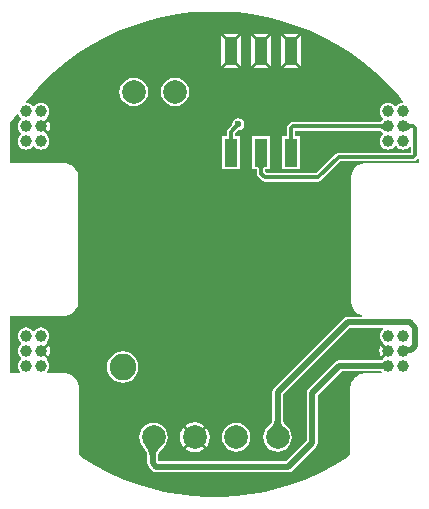
<source format=gtl>
G04*
G04 #@! TF.GenerationSoftware,Altium Limited,Altium Designer,20.1.8 (145)*
G04*
G04 Layer_Physical_Order=1*
G04 Layer_Color=255*
%FSTAX43Y43*%
%MOMM*%
G71*
G04*
G04 #@! TF.SameCoordinates,537F8B80-04C9-421A-AACB-049029105C53*
G04*
G04*
G04 #@! TF.FilePolarity,Positive*
G04*
G01*
G75*
%ADD18R,1.130X2.440*%
%ADD19C,0.300*%
%ADD20C,0.500*%
%ADD21C,2.000*%
%ADD22C,1.000*%
%ADD23C,2.250*%
%ADD24C,0.600*%
G36*
X010737Y011802D02*
X010865Y0117859D01*
X0109917Y0117619D01*
X0111167Y0117299D01*
X0112394Y0116902D01*
X0113593Y0116428D01*
X0114761Y011588D01*
X0115892Y011526D01*
X0116982Y011457D01*
X0118026Y0113814D01*
X0119021Y0112993D01*
X0119962Y0112111D01*
X0120847Y0111173D01*
X0121428Y0110473D01*
X0121367Y0110347D01*
X0121236Y011033D01*
X0121066Y0110259D01*
X0120919Y0110147D01*
X0120862Y0110073D01*
X0120705D01*
X0120648Y0110147D01*
X0120502Y0110259D01*
X0120331Y011033D01*
X0120149Y0110354D01*
X0119966Y011033D01*
X0119796Y0110259D01*
X0119649Y0110147D01*
X0119537Y0110001D01*
X0119467Y010983D01*
X0119443Y0109648D01*
X0119467Y0109465D01*
X0119537Y0109295D01*
X0119649Y0109148D01*
X0119724Y0109091D01*
Y0108934D01*
X0119649Y0108877D01*
X011964Y0108865D01*
X0119615Y0108841D01*
X0119585Y0108816D01*
X0119556Y0108794D01*
X0119528Y0108776D01*
X0119501Y0108762D01*
X0119475Y0108751D01*
X0119449Y0108742D01*
X0119423Y0108737D01*
X0119409Y0108735D01*
X011209D01*
X0111953Y0108707D01*
X0111837Y010863D01*
X0111662Y0108454D01*
X0111584Y0108339D01*
X0111557Y0108202D01*
Y0107606D01*
X0111556Y0107587D01*
X0111553Y0107574D01*
X0111149D01*
Y0104734D01*
X0112679D01*
Y0107574D01*
X0112275D01*
X0112272Y0107587D01*
X0112271Y0107606D01*
Y0108021D01*
X0119409D01*
X0119423Y0108019D01*
X0119449Y0108013D01*
X0119475Y0108005D01*
X0119501Y0107993D01*
X0119528Y0107979D01*
X0119556Y0107961D01*
X0119585Y010794D01*
X0119615Y0107914D01*
X011964Y010789D01*
X0119649Y0107878D01*
X0119724Y0107821D01*
Y0107664D01*
X0119649Y0107607D01*
X0119537Y0107461D01*
X0119467Y010729D01*
X0119443Y0107108D01*
X0119467Y0106925D01*
X0119537Y0106755D01*
X0119649Y0106608D01*
X0119796Y0106496D01*
X0119966Y0106426D01*
X0120149Y0106402D01*
X0120331Y0106426D01*
X0120502Y0106496D01*
X0120648Y0106608D01*
X0120705Y0106683D01*
X0120862D01*
X0120919Y0106608D01*
X0121066Y0106496D01*
X0121236Y0106426D01*
X0121419Y0106402D01*
X0121601Y0106426D01*
X0121772Y0106496D01*
X0121918Y0106608D01*
X0121965Y010667D01*
X0122092Y0106627D01*
Y0106161D01*
X0115949D01*
X0115812Y0106134D01*
X0115697Y0106056D01*
X0114051Y0104411D01*
X0109847D01*
X0109731Y0104527D01*
Y0104701D01*
X0109732Y0104719D01*
X0109735Y0104734D01*
X0110139D01*
Y0107574D01*
X0108609D01*
Y0104734D01*
X0109013D01*
X0109016Y0104719D01*
X0109017Y0104701D01*
Y0104379D01*
X0109044Y0104242D01*
X0109122Y0104127D01*
X0109447Y0103802D01*
X0109562Y0103724D01*
X0109699Y0103697D01*
X0114199D01*
X0114336Y0103724D01*
X0114451Y0103802D01*
X0116097Y0105447D01*
X0122273D01*
X012241Y0105474D01*
X0122526Y0105552D01*
X0122618Y0105644D01*
X0122745Y0105592D01*
Y0105258D01*
X0118199D01*
X0118194Y0105257D01*
X0118189Y0105258D01*
X0118091Y0105253D01*
X0118076Y0105249D01*
X0118061D01*
X0117869Y0105211D01*
X011785Y0105203D01*
X0117831Y0105199D01*
X011765Y0105124D01*
X0117633Y0105113D01*
X0117614Y0105105D01*
X0117451Y0104997D01*
X0117437Y0104982D01*
X011742Y0104971D01*
X0117282Y0104833D01*
X0117271Y0104816D01*
X0117256Y0104802D01*
X0117148Y0104639D01*
X011714Y010462D01*
X0117129Y0104603D01*
X0117054Y0104422D01*
X011705Y0104403D01*
X0117042Y0104384D01*
X0117004Y0104192D01*
Y0104177D01*
X0117Y0104162D01*
X0116995Y0104064D01*
X0116996Y0104059D01*
X0116995Y0104054D01*
Y0093554D01*
X0116996Y0093549D01*
X0116995Y0093544D01*
X0117Y0093446D01*
X0117004Y0093431D01*
Y0093416D01*
X0117042Y0093224D01*
X011705Y0093205D01*
X0117054Y0093186D01*
X0117129Y0093005D01*
X011714Y0092988D01*
X0117148Y0092969D01*
X0117256Y0092806D01*
X0117271Y0092792D01*
X0117282Y0092775D01*
X011742Y0092637D01*
X0117437Y0092626D01*
X0117451Y0092611D01*
X0117614Y0092503D01*
X0117633Y0092495D01*
X011765Y0092484D01*
X0117831Y0092409D01*
X011785Y0092405D01*
X0117869Y0092397D01*
X0117905Y009239D01*
X0117893Y0092263D01*
X0116699D01*
X0116523Y0092228D01*
X0116375Y0092128D01*
X011045Y0086203D01*
X011035Y0086055D01*
X0110315Y0085879D01*
Y0083553D01*
X0110306Y0083499D01*
X0110289Y0083434D01*
X0110264Y0083367D01*
X0110231Y0083297D01*
X0110189Y0083225D01*
X011014Y0083153D01*
X0110008Y0082992D01*
X0109954Y0082938D01*
X0109918Y008291D01*
X0109726Y0082659D01*
X0109605Y0082367D01*
X0109564Y0082054D01*
X0109605Y0081741D01*
X0109726Y0081449D01*
X0109918Y0081198D01*
X0110169Y0081006D01*
X0110461Y0080885D01*
X0110774Y0080844D01*
X0111087Y0080885D01*
X0111379Y0081006D01*
X011163Y0081198D01*
X0111822Y0081449D01*
X0111943Y0081741D01*
X0111984Y0082054D01*
X0111943Y0082367D01*
X0111822Y0082659D01*
X011163Y008291D01*
X0111594Y0082938D01*
X0111538Y0082994D01*
X0111469Y0083073D01*
X011141Y008315D01*
X0111359Y0083225D01*
X0111317Y0083297D01*
X0111284Y0083367D01*
X0111259Y0083434D01*
X0111242Y0083499D01*
X0111233Y0083553D01*
Y0085689D01*
X0116889Y0091345D01*
X0119699D01*
X0119742Y0091218D01*
X0119649Y0091147D01*
X0119537Y0091001D01*
X0119467Y009083D01*
X0119443Y0090648D01*
X0119467Y0090465D01*
X0119537Y0090295D01*
X0119649Y0090148D01*
X0119678Y0090127D01*
Y0090028D01*
X0120239Y0089468D01*
X0120149Y0089378D01*
X0120239Y0089288D01*
X0119678Y0088727D01*
Y0088629D01*
X0119649Y0088607D01*
X0119643Y0088599D01*
X011964Y0088597D01*
X0119631Y0088592D01*
X0119616Y0088586D01*
X0119596Y008858D01*
X011957Y0088574D01*
X0119541Y0088569D01*
X0119508Y0088567D01*
X0116003D01*
X0115827Y0088532D01*
X0115678Y0088432D01*
X0113375Y0086128D01*
X0113275Y008598D01*
X011324Y0085804D01*
Y0081744D01*
X0111509Y0080013D01*
X0100682D01*
X0100658Y0080037D01*
Y0080538D01*
X0100667Y0080593D01*
X0100685Y0080656D01*
X010071Y008072D01*
X0100744Y0080785D01*
X0100786Y0080852D01*
X0100838Y0080921D01*
X0100899Y0080991D01*
X0100969Y0081062D01*
X0101054Y0081137D01*
X0101059Y0081144D01*
X010113Y0081198D01*
X0101322Y0081449D01*
X0101443Y0081741D01*
X0101484Y0082054D01*
X0101443Y0082367D01*
X0101322Y0082659D01*
X010113Y008291D01*
X0100879Y0083102D01*
X0100587Y0083223D01*
X0100274Y0083264D01*
X0099961Y0083223D01*
X0099669Y0083102D01*
X0099418Y008291D01*
X0099226Y0082659D01*
X0099105Y0082367D01*
X0099064Y0082054D01*
X0099105Y0081741D01*
X0099226Y0081449D01*
X0099359Y0081275D01*
X0099364Y0081267D01*
X009941Y0081208D01*
X0099418Y0081198D01*
X0099419Y0081197D01*
X0099512Y0081081D01*
X0099569Y0081D01*
X0099618Y0080919D01*
X0099658Y0080841D01*
X0099691Y0080768D01*
X0099715Y0080698D01*
X0099732Y0080631D01*
X009974Y0080578D01*
Y0079847D01*
X0099775Y0079671D01*
X0099875Y0079522D01*
X0100167Y007923D01*
X0100316Y007913D01*
X0100492Y0079095D01*
X0111699D01*
X0111875Y007913D01*
X0112023Y007923D01*
X0114023Y008123D01*
X0114123Y0081378D01*
X0114158Y0081554D01*
Y0085614D01*
X0116193Y0087649D01*
X0119517D01*
X0119539Y0087647D01*
X011957Y0087642D01*
X0119573Y0087641D01*
X0119616Y0087585D01*
X0119602Y0087531D01*
X0119543Y0087458D01*
X0118149D01*
X0118144Y0087457D01*
X0118139Y0087458D01*
X0118041Y0087453D01*
X0118026Y0087449D01*
X0118011D01*
X0117819Y0087411D01*
X01178Y0087403D01*
X0117781Y0087399D01*
X01176Y0087324D01*
X0117583Y0087313D01*
X0117564Y0087305D01*
X0117401Y0087197D01*
X0117387Y0087182D01*
X011737Y0087171D01*
X0117232Y0087033D01*
X0117221Y0087016D01*
X0117206Y0087002D01*
X0117098Y0086839D01*
X011709Y008682D01*
X0117079Y0086803D01*
X0117004Y0086622D01*
X0117Y0086603D01*
X0116992Y0086584D01*
X0116954Y0086392D01*
Y0086377D01*
X011695Y0086362D01*
X0116945Y0086264D01*
X0116946Y0086259D01*
X0116945Y0086254D01*
Y0080525D01*
X0116525Y0080238D01*
X0115468Y0079606D01*
X0114375Y0079038D01*
X011325Y0078536D01*
X0112097Y0078103D01*
X011092Y007774D01*
X0109723Y0077448D01*
X0108511Y0077228D01*
X0107288Y0077081D01*
X0106058Y0077008D01*
X0104826Y0077008D01*
X0103597Y0077082D01*
X0102374Y007723D01*
X0101162Y0077451D01*
X0099965Y0077744D01*
X0098788Y0078108D01*
X0097635Y0078542D01*
X0096511Y0079044D01*
X0095418Y0079613D01*
X0094361Y0080246D01*
X0093941Y0080533D01*
Y0086262D01*
X009394Y0086267D01*
X0093941Y0086272D01*
X0093936Y008637D01*
X0093933Y0086385D01*
Y00864D01*
X0093894Y0086592D01*
X0093887Y0086611D01*
X0093883Y008663D01*
X0093808Y0086811D01*
X0093797Y0086828D01*
X0093789Y0086847D01*
X009368Y008701D01*
X0093666Y0087024D01*
X0093655Y008704D01*
X0093516Y0087179D01*
X0093499Y008719D01*
X0093485Y0087204D01*
X0093322Y0087313D01*
X0093304Y0087321D01*
X0093287Y0087332D01*
X0093106Y0087407D01*
X0093086Y0087411D01*
X0093068Y0087419D01*
X0092875Y0087457D01*
X009286D01*
X0092846Y0087461D01*
X0092748Y0087466D01*
X0092743Y0087465D01*
X0092738Y0087466D01*
X0091271D01*
X0091228Y0087593D01*
X0091248Y0087608D01*
X009136Y0087755D01*
X0091431Y0087925D01*
X0091455Y0088108D01*
X0091431Y008829D01*
X009136Y0088461D01*
X0091248Y0088607D01*
X009122Y0088629D01*
Y0088727D01*
X0090659Y0089288D01*
X0090749Y0089378D01*
X0090659Y0089468D01*
X009122Y0090028D01*
Y0090127D01*
X0091248Y0090148D01*
X009136Y0090295D01*
X0091431Y0090465D01*
X0091455Y0090648D01*
X0091431Y009083D01*
X009136Y0091001D01*
X0091248Y0091147D01*
X0091102Y0091259D01*
X0090931Y009133D01*
X0090749Y0091354D01*
X0090566Y009133D01*
X0090396Y0091259D01*
X0090249Y0091147D01*
X0090192Y0091073D01*
X0090035D01*
X0089978Y0091147D01*
X0089832Y0091259D01*
X0089661Y009133D01*
X0089479Y0091354D01*
X0089296Y009133D01*
X0089126Y0091259D01*
X0088979Y0091147D01*
X0088867Y0091001D01*
X0088797Y009083D01*
X0088773Y0090648D01*
X0088797Y0090465D01*
X0088867Y0090295D01*
X0088979Y0090148D01*
X0089054Y0090091D01*
Y0089934D01*
X0088979Y0089877D01*
X0088867Y0089731D01*
X0088797Y008956D01*
X0088773Y0089378D01*
X0088797Y0089195D01*
X0088867Y0089025D01*
X0088979Y0088878D01*
X0089054Y0088821D01*
Y0088664D01*
X0088979Y0088607D01*
X0088867Y0088461D01*
X0088797Y008829D01*
X0088773Y0088108D01*
X0088797Y0087925D01*
X0088867Y0087755D01*
X0088979Y0087608D01*
X0089Y0087593D01*
X0088957Y0087466D01*
X0088141D01*
Y009235D01*
X0092699D01*
X0092704Y0092351D01*
X0092709Y009235D01*
X0092807Y0092355D01*
X0092822Y0092359D01*
X0092837D01*
X0093029Y0092397D01*
X0093048Y0092405D01*
X0093067Y0092409D01*
X0093248Y0092484D01*
X0093265Y0092495D01*
X0093284Y0092503D01*
X0093447Y0092611D01*
X0093461Y0092626D01*
X0093478Y0092637D01*
X0093616Y0092775D01*
X0093627Y0092792D01*
X0093642Y0092806D01*
X009375Y0092969D01*
X0093758Y0092988D01*
X0093769Y0093005D01*
X0093844Y0093186D01*
X0093848Y0093205D01*
X0093856Y0093224D01*
X0093894Y0093416D01*
Y0093431D01*
X0093898Y0093446D01*
X0093903Y0093544D01*
X0093902Y0093549D01*
X0093903Y0093554D01*
Y0104054D01*
X0093902Y0104059D01*
X0093903Y0104064D01*
X0093898Y0104162D01*
X0093894Y0104177D01*
Y0104192D01*
X0093856Y0104384D01*
X0093848Y0104403D01*
X0093844Y0104422D01*
X0093769Y0104603D01*
X0093758Y010462D01*
X009375Y0104639D01*
X0093642Y0104802D01*
X0093627Y0104816D01*
X0093616Y0104833D01*
X0093478Y0104971D01*
X0093461Y0104982D01*
X0093447Y0104997D01*
X0093284Y0105105D01*
X0093265Y0105113D01*
X0093248Y0105124D01*
X0093067Y0105199D01*
X0093048Y0105203D01*
X0093029Y0105211D01*
X0092837Y0105249D01*
X0092822D01*
X0092807Y0105253D01*
X0092709Y0105258D01*
X0092704Y0105257D01*
X0092699Y0105258D01*
X0088141D01*
Y0108626D01*
X0088456Y010912D01*
X0088679Y0109428D01*
X0088821Y0109407D01*
X0088867Y0109295D01*
X0088979Y0109148D01*
X0089054Y0109091D01*
Y0108934D01*
X0088979Y0108877D01*
X0088867Y0108731D01*
X0088797Y010856D01*
X0088773Y0108378D01*
X0088797Y0108195D01*
X0088867Y0108025D01*
X0088979Y0107878D01*
X0089054Y0107821D01*
Y0107664D01*
X0088979Y0107607D01*
X0088867Y0107461D01*
X0088797Y010729D01*
X0088773Y0107108D01*
X0088797Y0106925D01*
X0088867Y0106755D01*
X0088979Y0106608D01*
X0089126Y0106496D01*
X0089296Y0106426D01*
X0089479Y0106402D01*
X0089661Y0106426D01*
X0089832Y0106496D01*
X0089978Y0106608D01*
X0090035Y0106683D01*
X0090192D01*
X0090249Y0106608D01*
X0090396Y0106496D01*
X0090566Y0106426D01*
X0090749Y0106402D01*
X0090931Y0106426D01*
X0091102Y0106496D01*
X0091248Y0106608D01*
X009136Y0106755D01*
X0091431Y0106925D01*
X0091455Y0107108D01*
X0091431Y010729D01*
X009136Y0107461D01*
X0091248Y0107607D01*
X009122Y0107629D01*
Y0107727D01*
X0090659Y0108288D01*
X0090749Y0108378D01*
X0090659Y0108468D01*
X009122Y0109028D01*
Y0109127D01*
X0091248Y0109148D01*
X009136Y0109295D01*
X0091431Y0109465D01*
X0091455Y0109648D01*
X0091431Y010983D01*
X009136Y0110001D01*
X0091248Y0110147D01*
X0091102Y0110259D01*
X0090931Y011033D01*
X0090749Y0110354D01*
X0090566Y011033D01*
X0090396Y0110259D01*
X0090249Y0110147D01*
X0090192Y0110073D01*
X0090035D01*
X0089978Y0110147D01*
X0089832Y0110259D01*
X0089661Y011033D01*
X0089531Y0110347D01*
X0089471Y0110473D01*
X0090037Y0111157D01*
X009092Y0112096D01*
X0091861Y0112979D01*
X0092855Y0113801D01*
X0093899Y0114558D01*
X0094988Y0115249D01*
X0096118Y011587D01*
X0097285Y011642D01*
X0098484Y0116894D01*
X0099711Y0117293D01*
X010096Y0117614D01*
X0102227Y0117856D01*
X0103506Y0118018D01*
X0104793Y01181D01*
X0106083Y01181D01*
X010737Y011802D01*
D02*
G37*
G36*
X0121815Y010869D02*
X0121855Y0108656D01*
X0121896Y0108626D01*
X0121937Y01086D01*
X0121979Y0108578D01*
X0122021Y010856D01*
X0122064Y0108546D01*
X0122107Y0108536D01*
X0122151Y010853D01*
X0122196Y0108528D01*
Y0108228D01*
X0122151Y0108226D01*
X0122107Y010822D01*
X0122064Y010821D01*
X0122021Y0108196D01*
X0121979Y0108178D01*
X0121937Y0108156D01*
X0121896Y010813D01*
X0121855Y01081D01*
X0121815Y0108066D01*
X0121776Y0108028D01*
Y0108728D01*
X0121815Y010869D01*
D02*
G37*
G36*
X0119792Y0108028D02*
X0119752Y0108066D01*
X0119712Y01081D01*
X0119672Y010813D01*
X011963Y0108156D01*
X0119589Y0108178D01*
X0119546Y0108196D01*
X0119504Y010821D01*
X011946Y010822D01*
X0119416Y0108226D01*
X0119372Y0108228D01*
Y0108528D01*
X0119416Y010853D01*
X011946Y0108536D01*
X0119504Y0108546D01*
X0119546Y010856D01*
X0119589Y0108578D01*
X011963Y01086D01*
X0119672Y0108626D01*
X0119712Y0108656D01*
X0119752Y010869D01*
X0119792Y0108728D01*
Y0108028D01*
D02*
G37*
G36*
X0112065Y0107613D02*
X011207Y0107562D01*
X0112077Y0107516D01*
X0112088Y0107477D01*
X0112102Y0107444D01*
X0112118Y0107416D01*
X0112137Y0107395D01*
X011216Y010738D01*
X0112186Y0107371D01*
X0112214Y0107368D01*
X0111614D01*
X0111643Y0107371D01*
X0111668Y010738D01*
X011169Y0107395D01*
X011171Y0107416D01*
X0111727Y0107444D01*
X011174Y0107477D01*
X0111751Y0107516D01*
X0111758Y0107562D01*
X0111762Y0107613D01*
X0111764Y0107671D01*
X0112064D01*
X0112065Y0107613D01*
D02*
G37*
G36*
X0109646Y0104934D02*
X010962Y0104925D01*
X0109598Y010491D01*
X0109578Y0104889D01*
X0109562Y0104862D01*
X0109548Y0104829D01*
X0109537Y010479D01*
X010953Y0104745D01*
X0109525Y0104694D01*
X0109524Y0104637D01*
X0109224D01*
X0109223Y0104694D01*
X0109218Y0104745D01*
X0109211Y010479D01*
X01092Y0104829D01*
X0109187Y0104862D01*
X010917Y0104889D01*
X010915Y010491D01*
X0109128Y0104925D01*
X0109103Y0104934D01*
X0109074Y0104937D01*
X0109674D01*
X0109646Y0104934D01*
D02*
G37*
G36*
X0119792Y0087758D02*
X011977Y0087777D01*
X0119745Y0087794D01*
X0119717Y0087809D01*
X0119684Y0087822D01*
X0119649Y0087833D01*
X0119609Y0087842D01*
X0119566Y0087849D01*
X011952Y0087854D01*
X0119416Y0087858D01*
Y0088358D01*
X0119469Y0088359D01*
X0119566Y0088367D01*
X0119609Y0088374D01*
X0119649Y0088383D01*
X0119684Y0088394D01*
X0119717Y0088407D01*
X0119745Y0088422D01*
X011977Y0088439D01*
X0119792Y0088458D01*
Y0087758D01*
D02*
G37*
G36*
X0111029Y0083539D02*
X0111042Y0083456D01*
X0111064Y0083372D01*
X0111096Y0083287D01*
X0111136Y0083202D01*
X0111186Y0083117D01*
X0111244Y008303D01*
X0111312Y0082943D01*
X0111388Y0082856D01*
X0111474Y0082768D01*
X0110074D01*
X011016Y0082856D01*
X0110303Y008303D01*
X0110362Y0083117D01*
X0110411Y0083202D01*
X0110452Y0083287D01*
X0110483Y0083372D01*
X0110506Y0083456D01*
X011052Y0083539D01*
X0110524Y0083622D01*
X0111024D01*
X0111029Y0083539D01*
D02*
G37*
G36*
X0100918Y0081289D02*
X0100829Y008121D01*
X0100749Y008113D01*
X0100679Y0081049D01*
X0100618Y0080968D01*
X0100566Y0080887D01*
X0100524Y0080804D01*
X0100491Y0080721D01*
X0100468Y0080638D01*
X0100454Y0080554D01*
X0100449Y0080469D01*
X0099949Y0080508D01*
X0099945Y0080589D01*
X0099932Y0080672D01*
X0099911Y0080756D01*
X0099881Y0080842D01*
X0099842Y008093D01*
X0099795Y0081019D01*
X009974Y008111D01*
X0099676Y0081203D01*
X0099522Y0081394D01*
X0100918Y0081289D01*
D02*
G37*
%LPC*%
G36*
X0112553Y0116228D02*
X0111275D01*
X0111914Y0115589D01*
X0112553Y0116228D01*
D02*
G37*
G36*
X0110013D02*
X0108735D01*
X0109374Y0115589D01*
X0110013Y0116228D01*
D02*
G37*
G36*
X0107473D02*
X0106195D01*
X0106834Y0115589D01*
X0107473Y0116228D01*
D02*
G37*
G36*
X0111095Y0116048D02*
Y011346D01*
X0111824Y0114189D01*
X0111914Y0114099D01*
X0112004Y0114189D01*
X0112733Y011346D01*
Y0116048D01*
X0112004Y0115319D01*
X0111914Y0115409D01*
X0111824Y0115319D01*
X0111095Y0116048D01*
D02*
G37*
G36*
X0108555D02*
Y011346D01*
X0109284Y0114189D01*
X0109374Y0114099D01*
X0109464Y0114189D01*
X0110193Y011346D01*
Y0116048D01*
X0109464Y0115319D01*
X0109374Y0115409D01*
X0109284Y0115319D01*
X0108555Y0116048D01*
D02*
G37*
G36*
X0106015D02*
Y011346D01*
X0106744Y0114189D01*
X0106834Y0114099D01*
X0106924Y0114189D01*
X0107653Y011346D01*
Y0116048D01*
X0106924Y0115319D01*
X0106834Y0115409D01*
X0106744Y0115319D01*
X0106015Y0116048D01*
D02*
G37*
G36*
X0111914Y0113919D02*
X0111275Y011328D01*
X0112553D01*
X0111914Y0113919D01*
D02*
G37*
G36*
X0109374D02*
X0108735Y011328D01*
X0110013D01*
X0109374Y0113919D01*
D02*
G37*
G36*
X0106834D02*
X0106195Y011328D01*
X0107473D01*
X0106834Y0113919D01*
D02*
G37*
G36*
X0102099Y0112489D02*
X0101786Y0112448D01*
X0101494Y0112327D01*
X0101243Y0112135D01*
X0101051Y0111884D01*
X010093Y0111592D01*
X0100889Y0111279D01*
X010093Y0110966D01*
X0101051Y0110674D01*
X0101243Y0110423D01*
X0101494Y0110231D01*
X0101786Y011011D01*
X0102099Y0110069D01*
X0102412Y011011D01*
X0102704Y0110231D01*
X0102955Y0110423D01*
X0103147Y0110674D01*
X0103268Y0110966D01*
X0103309Y0111279D01*
X0103268Y0111592D01*
X0103147Y0111884D01*
X0102955Y0112135D01*
X0102704Y0112327D01*
X0102412Y0112448D01*
X0102099Y0112489D01*
D02*
G37*
G36*
X0098599D02*
X0098286Y0112448D01*
X0097994Y0112327D01*
X0097743Y0112135D01*
X0097551Y0111884D01*
X009743Y0111592D01*
X0097389Y0111279D01*
X009743Y0110966D01*
X0097551Y0110674D01*
X0097743Y0110423D01*
X0097994Y0110231D01*
X0098286Y011011D01*
X0098599Y0110069D01*
X0098912Y011011D01*
X0099204Y0110231D01*
X0099455Y0110423D01*
X0099647Y0110674D01*
X0099768Y0110966D01*
X0099809Y0111279D01*
X0099768Y0111592D01*
X0099647Y0111884D01*
X0099455Y0112135D01*
X0099204Y0112327D01*
X0098912Y0112448D01*
X0098599Y0112489D01*
D02*
G37*
G36*
X0107449Y0109064D02*
X0107254Y0109025D01*
X0107089Y0108914D01*
X0106978Y0108749D01*
X0106939Y0108554D01*
X0106939Y0108554D01*
X0106938Y0108552D01*
X0106931Y0108542D01*
X0106923Y0108532D01*
X0106582Y0108191D01*
X0106504Y0108076D01*
X0106477Y0107939D01*
Y0107606D01*
X0106476Y0107587D01*
X0106473Y0107574D01*
X0106069D01*
Y0104734D01*
X0107599D01*
Y0107574D01*
X0107195D01*
X0107192Y0107587D01*
X0107191Y0107606D01*
Y0107791D01*
X010743Y0108031D01*
X0107435Y0108035D01*
X0107447Y0108043D01*
X0107449Y0108044D01*
X0107449Y0108044D01*
X0107644Y0108083D01*
X0107809Y0108194D01*
X010792Y0108359D01*
X0107959Y0108554D01*
X010792Y0108749D01*
X0107809Y0108914D01*
X0107644Y0109025D01*
X0107449Y0109064D01*
D02*
G37*
G36*
X0091364Y0108814D02*
X0090928Y0108378D01*
X0091364Y0107942D01*
X0091407Y0107997D01*
X0091483Y0108181D01*
X0091509Y0108378D01*
X0091483Y0108575D01*
X0091407Y0108758D01*
X0091364Y0108814D01*
D02*
G37*
G36*
Y0089814D02*
X0090928Y0089378D01*
X0091364Y0088942D01*
X0091407Y0088997D01*
X0091483Y0089181D01*
X0091509Y0089378D01*
X0091483Y0089575D01*
X0091407Y0089758D01*
X0091364Y0089814D01*
D02*
G37*
G36*
X0119533Y0089814D02*
X011949Y0089758D01*
X0119414Y0089575D01*
X0119388Y0089378D01*
X0119414Y0089181D01*
X011949Y0088997D01*
X0119533Y0088942D01*
X0119969Y0089378D01*
X0119533Y0089814D01*
D02*
G37*
G36*
X0097661Y0089352D02*
X0097316Y0089307D01*
X0096993Y0089173D01*
X0096716Y0088961D01*
X0096504Y0088684D01*
X0096371Y0088362D01*
X0096325Y0088016D01*
X0096371Y008767D01*
X0096504Y0087348D01*
X0096716Y0087071D01*
X0096993Y0086858D01*
X0097316Y0086725D01*
X0097661Y0086679D01*
X0098007Y0086725D01*
X009833Y0086858D01*
X0098606Y0087071D01*
X0098819Y0087348D01*
X0098952Y008767D01*
X0098998Y0088016D01*
X0098952Y0088362D01*
X0098819Y0088684D01*
X0098606Y0088961D01*
X009833Y0089173D01*
X0098007Y0089307D01*
X0097661Y0089352D01*
D02*
G37*
G36*
X0103774Y0083319D02*
X0103447Y0083276D01*
X0103142Y0083149D01*
X0102981Y0083026D01*
X0103774Y0082234D01*
X0104567Y0083026D01*
X0104406Y0083149D01*
X0104101Y0083276D01*
X0103774Y0083319D01*
D02*
G37*
G36*
X0102802Y0082847D02*
X0102679Y0082686D01*
X0102552Y0082381D01*
X0102509Y0082054D01*
X0102552Y0081727D01*
X0102679Y0081422D01*
X0102802Y0081261D01*
X0103594Y0082054D01*
X0102802Y0082847D01*
D02*
G37*
G36*
X0104746Y0082847D02*
X0103954Y0082054D01*
X0104746Y0081261D01*
X0104869Y0081422D01*
X0104996Y0081727D01*
X0105039Y0082054D01*
X0104996Y0082381D01*
X0104869Y0082686D01*
X0104746Y0082847D01*
D02*
G37*
G36*
X0107274Y0083264D02*
X0106961Y0083223D01*
X0106669Y0083102D01*
X0106418Y008291D01*
X0106226Y0082659D01*
X0106105Y0082367D01*
X0106064Y0082054D01*
X0106105Y0081741D01*
X0106226Y0081449D01*
X0106418Y0081198D01*
X0106669Y0081006D01*
X0106961Y0080885D01*
X0107274Y0080844D01*
X0107587Y0080885D01*
X0107879Y0081006D01*
X010813Y0081198D01*
X0108322Y0081449D01*
X0108443Y0081741D01*
X0108484Y0082054D01*
X0108443Y0082367D01*
X0108322Y0082659D01*
X010813Y008291D01*
X0107879Y0083102D01*
X0107587Y0083223D01*
X0107274Y0083264D01*
D02*
G37*
G36*
X0103774Y0081874D02*
X0102981Y0081082D01*
X0103142Y0080959D01*
X0103447Y0080832D01*
X0103774Y0080789D01*
X0104101Y0080832D01*
X0104406Y0080959D01*
X0104567Y0081082D01*
X0103774Y0081874D01*
D02*
G37*
%LPD*%
G36*
X0107446Y0108254D02*
X0107429Y0108253D01*
X0107411Y010825D01*
X0107393Y0108244D01*
X0107373Y0108236D01*
X0107354Y0108225D01*
X0107333Y0108212D01*
X0107312Y0108197D01*
X010729Y0108179D01*
X0107244Y0108137D01*
X0107032Y0108349D01*
X0107054Y0108372D01*
X0107092Y0108417D01*
X0107107Y0108438D01*
X010712Y0108459D01*
X0107131Y0108478D01*
X0107139Y0108498D01*
X0107145Y0108516D01*
X0107148Y0108534D01*
X0107149Y0108551D01*
X0107446Y0108254D01*
D02*
G37*
G36*
X0106985Y0107613D02*
X010699Y0107562D01*
X0106997Y0107516D01*
X0107008Y0107477D01*
X0107021Y0107444D01*
X0107038Y0107416D01*
X0107058Y0107395D01*
X010708Y010738D01*
X0107105Y0107371D01*
X0107134Y0107368D01*
X0106534D01*
X0106562Y0107371D01*
X0106588Y010738D01*
X010661Y0107395D01*
X010663Y0107416D01*
X0106646Y0107444D01*
X010666Y0107477D01*
X0106671Y0107516D01*
X0106678Y0107562D01*
X0106683Y0107613D01*
X0106684Y0107671D01*
X0106984D01*
X0106985Y0107613D01*
D02*
G37*
D18*
X0106834Y0114754D02*
D03*
X0109374D02*
D03*
X0111914D02*
D03*
Y0106154D02*
D03*
X0109374D02*
D03*
X0106834D02*
D03*
D19*
Y0107939D01*
X0107449Y0108554D01*
X011209Y0108378D02*
X0120149D01*
X0111914Y0108202D02*
X011209Y0108378D01*
X0111914Y0106154D02*
Y0108202D01*
X0121419Y0108378D02*
X0122273D01*
X0115949Y0105804D02*
X0122273D01*
Y0108378D02*
X0122449Y0108202D01*
Y010598D02*
Y0108202D01*
X0122273Y0105804D02*
X0122449Y010598D01*
X0114199Y0104054D02*
X0115949Y0105804D01*
X0109699Y0104054D02*
X0114199D01*
X0109374Y0104379D02*
X0109699Y0104054D01*
X0109374Y0104379D02*
Y0106154D01*
D20*
X0121419Y0089378D02*
X0121465Y0089424D01*
X0122069D01*
X0121949Y0091804D02*
X0122449Y0091304D01*
X0122069Y0089424D02*
X0122449Y0089804D01*
X0116699Y0091804D02*
X0121949D01*
X0122449Y0089804D02*
Y0091304D01*
X0113699Y0085804D02*
X0116003Y0088108D01*
X0120149D01*
X0113699Y0081554D02*
Y0085804D01*
X0111699Y0079554D02*
X0113699Y0081554D01*
X0100199Y0079847D02*
Y0081529D01*
Y0079847D02*
X0100492Y0079554D01*
X0111699D01*
X0100199Y0081529D02*
X0100274Y0081604D01*
X0110774D02*
Y0085879D01*
X0116699Y0091804D01*
D21*
X0098599Y0111279D02*
D03*
X0102099D02*
D03*
X0103774Y0082054D02*
D03*
X0100274D02*
D03*
X0107274D02*
D03*
X0110774D02*
D03*
D22*
X0089479Y0090648D02*
D03*
X0090749D02*
D03*
X0089479Y0089378D02*
D03*
X0090749D02*
D03*
X0089479Y0088108D02*
D03*
X0090749D02*
D03*
X0089479Y0109648D02*
D03*
X0090749D02*
D03*
X0089479Y0108378D02*
D03*
X0090749D02*
D03*
X0089479Y0107108D02*
D03*
X0090749D02*
D03*
X0120149Y0090648D02*
D03*
X0121419D02*
D03*
X0120149Y0089378D02*
D03*
X0121419D02*
D03*
X0120149Y0088108D02*
D03*
X0121419D02*
D03*
X0120149Y0109648D02*
D03*
X0121419D02*
D03*
X0120149Y0108378D02*
D03*
X0121419D02*
D03*
X0120149Y0107108D02*
D03*
X0121419D02*
D03*
D23*
X0097661Y0088016D02*
D03*
D24*
X0107449Y0108554D02*
D03*
M02*

</source>
